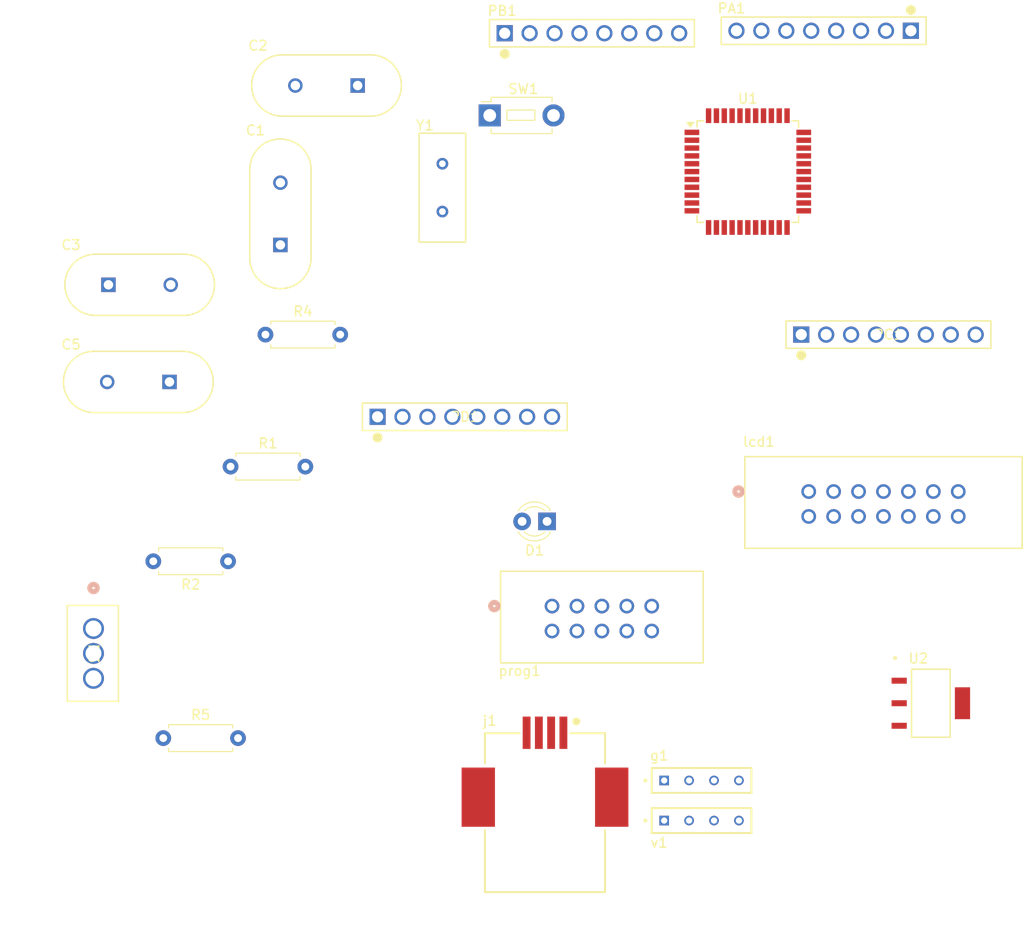
<source format=kicad_pcb>
(kicad_pcb (version 20240108) (generator "pcbnew") (generator_version "8.0")
  (layers (0 "F.Cu" signal) (31 "B.Cu" signal) (34 "B.Paste" user) (35 "F.Paste" user) (36 "B.SilkS" user "B.Silkscreen") (37 "F.SilkS" user "F.Silkscreen") (38 "B.Mask" user) (39 "F.Mask" user) (44 "Edge.Cuts" user))
  (property "SHEETTOTAL" "1")
  (net 0 "")
  (net 1 "/RESET")
  (net 2 "+5")
  (net 3 "Net-(D1-A)")
  (net 4 "Net-(U1-PB4_(~{SS}))")
  (net 5 "/MOSI")
  (net 6 "GND")
  (net 7 "/EN")
  (net 8 "/D2")
  (net 9 "/D6")
  (net 10 "Net-(U1-PD3_(INT1))")
  (net 11 "/D7")
  (net 12 "Net-(U1-PD2_(INT0))")
  (net 13 "Net-(U1-PB1_(T1))")
  (net 14 "/D5")
  (net 15 "Net-(U1-PA5_(ADC5))")
  (net 16 "Net-(U1-PA3_(ADC3))")
  (net 17 "/D4")
  (net 18 "Net-(U1-PB3_(OC0{slash}AIN1))")
  (net 19 "Net-(U1-PB0_(XCK{slash}T0))")
  (net 20 "/D3")
  (net 21 "Net-(U1-PD4_(OC1B))")
  (net 22 "/RS")
  (net 23 "Net-(U1-PB2_(INT2{slash}AIN0))")
  (net 24 "Net-(U1-PA0_(ADC0))")
  (net 25 "/MISO")
  (net 26 "/DO")
  (net 27 "/SCK")
  (net 28 "Net-(U1-XTAL2)")
  (net 29 "Net-(U1-PD1_(TXD))")
  (net 30 "/D1")
  (net 31 "Net-(U1-AREF)")
  (net 32 "Net-(U1-XTAL1)")
  (net 33 "Net-(U1-PA6_(ADC6))")
  (net 34 "Net-(U1-PA2_(ADC2))")
  (net 35 "/RW")
  (net 36 "Net-(U1-PA1_(ADC1))")
  (net 37 "Net-(U1-PD0_(RXD))")
  (net 38 "Net-(U1-PA7_(ADC7))")
  (net 39 "Net-(U1-PA4_(ADC4))")
  (net 40 "Net-(U2-IN)")
  (net 41 "Net-(R3-WIPER)")
  (footprint "J_footprint:CONN_SBH11-PBPC-D05-ST-BK_SUL" (layer "F.Cu") (at 148.59 101.6)
    (property "Reference" "prog1" (at -3.302 6.604 0) (layer "F.SilkS"))
    (property "Value" "~")
    (fp_circle (center -5.8801 0) (end -5.4991 0) (stroke (width 0.508)) (fill none) (layer "B.SilkS"))
    (fp_line (start -5.2451 -3.556) (end -5.2451 5.7912) (stroke (width 0.1524)) (layer "F.SilkS"))
    (fp_line (start -5.2451 5.7912) (end 15.4051 5.7912) (stroke (width 0.1524)) (layer "F.SilkS"))
    (fp_line (start 15.4051 -3.556) (end -5.2451 -3.556) (stroke (width 0.1524)) (layer "F.SilkS"))
    (fp_line (start 15.4051 5.7912) (end 15.4051 -3.556) (stroke (width 0.1524)) (layer "F.SilkS"))
    (fp_circle (center -5.8801 0) (end -5.4991 0) (stroke (width 0.508)) (fill none) (layer "F.SilkS"))
    (pad "1" thru_hole circle (at 0 0) (size 1.4986 1.4986) (drill 0.9906) (layers "*.Cu" "*.Mask") (net 5 "/MOSI"))
    (pad "2" thru_hole circle (at 0 2.54) (size 1.4986 1.4986) (drill 0.9906) (layers "*.Cu" "*.Mask") (net 2 "+5"))
    (pad "3" thru_hole circle (at 2.54 0) (size 1.4986 1.4986) (drill 0.9906) (layers "*.Cu" "*.Mask"))
    (pad "4" thru_hole circle (at 2.54 2.54) (size 1.4986 1.4986) (drill 0.9906) (layers "*.Cu" "*.Mask") (net 6 "GND"))
    (pad "5" thru_hole circle (at 5.08 0) (size 1.4986 1.4986) (drill 0.9906) (layers "*.Cu" "*.Mask") (net 1 "/RESET"))
    (pad "6" thru_hole circle (at 5.08 2.54) (size 1.4986 1.4986) (drill 0.9906) (layers "*.Cu" "*.Mask") (net 6 "GND"))
    (pad "7" thru_hole circle (at 7.62 0) (size 1.4986 1.4986) (drill 0.9906) (layers "*.Cu" "*.Mask") (net 27 "/SCK"))
    (pad "8" thru_hole circle (at 7.62 2.54) (size 1.4986 1.4986) (drill 0.9906) (layers "*.Cu" "*.Mask") (net 6 "GND"))
    (pad "9" thru_hole circle (at 10.16 0) (size 1.4986 1.4986) (drill 0.9906) (layers "*.Cu" "*.Mask") (net 25 "/MISO"))
    (pad "10" thru_hole circle (at 10.16 2.54) (size 1.4986 1.4986) (drill 0.9906) (layers "*.Cu" "*.Mask") (net 6 "GND"))
  )
  (footprint "J_footprint:CAP_9-J_8-E-X_AVX" (layer "F.Cu") (at 106.553 68.834)
    (property "Reference" "C3" (at -6.985 -4.064 0) (layer "F.SilkS"))
    (property "Value" "Capacitor 100nF +/-20% 25V 0402")
    (fp_line (start -4.5085 -3.1242) (end 4.5085 -3.1242) (stroke (width 0.1524)) (layer "F.SilkS"))
    (fp_line (start -4.5085 3.1242) (end 4.5085 3.1242) (stroke (width 0.1524)) (layer "F.SilkS"))
    (fp_arc (start -4.5085 3.1242) (mid -7.6327 0) (end -4.5085 -3.1242) (stroke (width 0.1524)) (layer "F.SilkS"))
    (fp_arc (start 4.5085 -3.1242) (mid 6.717643 -2.209143) (end 7.6327 0) (stroke (width 0.1524)) (layer "F.SilkS"))
    (fp_arc (start 7.6327 0) (mid 6.717643 2.209143) (end 4.5085 3.1242) (stroke (width 0.1524)) (layer "F.SilkS"))
    (pad "1" thru_hole rect (at -3.175 0) (size 1.4732 1.4732) (drill 0.9652) (layers "*.Cu" "*.Mask") (net 6 "GND"))
    (pad "2" thru_hole circle (at 3.175 0) (size 1.4732 1.4732) (drill 0.9652) (layers "*.Cu" "*.Mask") (net 31 "Net-(U1-AREF)"))
  )
  (footprint "J_footprint:CONN8_61300811121_WRE" (layer "F.Cu") (at 185.166 42.926 180)
    (property "Reference" "PA1" (at 18.288 2.286 0) (layer "F.SilkS"))
    (property "Value" "~")
    (fp_line (start 19.3294 1.397) (end 19.3294 -1.397) (stroke (width 0.1524)) (layer "F.SilkS"))
    (fp_line (start 19.3294 -1.397) (end -1.5494 -1.397) (stroke (width 0.1524)) (layer "F.SilkS"))
    (fp_line (start -1.5494 1.397) (end 19.3294 1.397) (stroke (width 0.1524)) (layer "F.SilkS"))
    (fp_line (start -1.5494 -1.397) (end -1.5494 1.397) (stroke (width 0.1524)) (layer "F.SilkS"))
    (fp_circle (center 0 2.1082) (end 0.254 2.1082) (stroke (width 0.508)) (fill none) (layer "F.SilkS"))
    (pad "1" thru_hole rect (at 0 0 180) (size 1.651 1.651) (drill 1.143) (layers "*.Cu" "*.Mask") (net 38 "Net-(U1-PA7_(ADC7))"))
    (pad "2" thru_hole circle (at 2.54 0 180) (size 1.651 1.651) (drill 1.143) (layers "*.Cu" "*.Mask") (net 33 "Net-(U1-PA6_(ADC6))"))
    (pad "3" thru_hole circle (at 5.08 0 180) (size 1.651 1.651) (drill 1.143) (layers "*.Cu" "*.Mask") (net 15 "Net-(U1-PA5_(ADC5))"))
    (pad "4" thru_hole circle (at 7.62 0 180) (size 1.651 1.651) (drill 1.143) (layers "*.Cu" "*.Mask") (net 39 "Net-(U1-PA4_(ADC4))"))
    (pad "5" thru_hole circle (at 10.16 0 180) (size 1.651 1.651) (drill 1.143) (layers "*.Cu" "*.Mask") (net 16 "Net-(U1-PA3_(ADC3))"))
    (pad "6" thru_hole circle (at 12.7 0 180) (size 1.651 1.651) (drill 1.143) (layers "*.Cu" "*.Mask") (net 34 "Net-(U1-PA2_(ADC2))"))
    (pad "7" thru_hole circle (at 15.24 0 180) (size 1.651 1.651) (drill 1.143) (layers "*.Cu" "*.Mask") (net 36 "Net-(U1-PA1_(ADC1))"))
    (pad "8" thru_hole circle (at 17.78 0 180) (size 1.651 1.651) (drill 1.143) (layers "*.Cu" "*.Mask") (net 24 "Net-(U1-PA0_(ADC0))"))
  )
  (footprint "J_footprint:RES3_PV36W103C01B00_BRN" (layer "F.Cu") (at 101.854 103.886 -90)
    (property "Reference" "R3" (at 2.54 0 -90) (layer "F.SilkS"))
    (property "Value" "~")
    (fp_circle (center -4.1275 0) (end -3.7465 0) (stroke (width 0.508)) (fill none) (layer "B.SilkS"))
    (fp_line (start -2.3495 2.667) (end 7.4295 2.667) (stroke (width 0.1524)) (layer "F.SilkS"))
    (fp_line (start 7.4295 2.667) (end 7.4295 -2.54) (stroke (width 0.1524)) (layer "F.SilkS"))
    (fp_line (start -2.3495 -2.54) (end -2.3495 2.667) (stroke (width 0.1524)) (layer "F.SilkS"))
    (fp_line (start 7.4295 -2.54) (end -2.3495 -2.54) (stroke (width 0.1524)) (layer "F.SilkS"))
    (fp_circle (center -4.1275 0) (end -3.7465 0) (stroke (width 0.508)) (fill none) (layer "F.SilkS"))
    (pad "1" thru_hole circle (at 0 0 270) (size 2.1336 2.1336) (drill 1.6256) (layers "*.Cu" "*.Mask") (net 6 "GND"))
    (pad "2" thru_hole circle (at 2.54 0 270) (size 2.1336 2.1336) (drill 1.6256) (layers "*.Cu" "*.Mask") (net 41 "Net-(R3-WIPER)"))
    (pad "3" thru_hole circle (at 5.08 0 270) (size 2.1336 2.1336) (drill 1.6256) (layers "*.Cu" "*.Mask") (net 2 "+5"))
  )
  (footprint "LED_THT:LED_D3.0mm" (layer "F.Cu") (at 148.082 92.964 180)
    (property "Reference" "D1" (at 1.27 -2.96 360) (layer "F.SilkS"))
    (property "Value" "LED")
    (fp_line (start -0.29 1.08) (end -0.29 1.236) (stroke (width 0.12)) (layer "F.SilkS"))
    (fp_line (start -0.29 -1.236) (end -0.29 -1.08) (stroke (width 0.12)) (layer "F.SilkS"))
    (fp_arc (start 2.942335 1.078608) (mid 1.366487 1.987659) (end -0.29 1.235516) (stroke (width 0.12)) (layer "F.SilkS"))
    (fp_arc (start 2.31113 1.079837) (mid 1.270117 1.5) (end 0.229039 1.08) (stroke (width 0.12)) (layer "F.SilkS"))
    (fp_arc (start 0.229039 -1.08) (mid 1.270117 -1.5) (end 2.31113 -1.079837) (stroke (width 0.12)) (layer "F.SilkS"))
    (fp_arc (start -0.29 -1.235516) (mid 1.366487 -1.987659) (end 2.942335 -1.078608) (stroke (width 0.12)) (layer "F.SilkS"))
    (pad "1" thru_hole rect (at 0 0 180) (size 1.8 1.8) (drill 0.9) (layers "*.Cu" "*.Mask") (net 6 "GND"))
    (pad "2" thru_hole circle (at 2.54 0 180) (size 1.8 1.8) (drill 0.9) (layers "*.Cu" "*.Mask") (net 3 "Net-(D1-A)"))
  )
  (footprint "J_footprint:CONN8_61300811121_WRE" (layer "F.Cu") (at 130.81 82.296)
    (property "Reference" "PD1" (at 8.89 0 0) (layer "F.SilkS"))
    (property "Value" "~")
    (fp_line (start -1.5494 -1.397) (end -1.5494 1.397) (stroke (width 0.1524)) (layer "F.SilkS"))
    (fp_line (start -1.5494 1.397) (end 19.3294 1.397) (stroke (width 0.1524)) (layer "F.SilkS"))
    (fp_line (start 19.3294 -1.397) (end -1.5494 -1.397) (stroke (width 0.1524)) (layer "F.SilkS"))
    (fp_line (start 19.3294 1.397) (end 19.3294 -1.397) (stroke (width 0.1524)) (layer "F.SilkS"))
    (fp_circle (center 0 2.1082) (end 0.254 2.1082) (stroke (width 0.508)) (fill none) (layer "F.SilkS"))
    (pad "1" thru_hole rect (at 0 0) (size 1.651 1.651) (drill 1.143) (layers "*.Cu" "*.Mask") (net 37 "Net-(U1-PD0_(RXD))"))
    (pad "2" thru_hole circle (at 2.54 0) (size 1.651 1.651) (drill 1.143) (layers "*.Cu" "*.Mask") (net 29 "Net-(U1-PD1_(TXD))"))
    (pad "3" thru_hole circle (at 5.08 0) (size 1.651 1.651) (drill 1.143) (layers "*.Cu" "*.Mask") (net 12 "Net-(U1-PD2_(INT0))"))
    (pad "4" thru_hole circle (at 7.62 0) (size 1.651 1.651) (drill 1.143) (layers "*.Cu" "*.Mask") (net 10 "Net-(U1-PD3_(INT1))"))
    (pad "5" thru_hole circle (at 10.16 0) (size 1.651 1.651) (drill 1.143) (layers "*.Cu" "*.Mask") (net 21 "Net-(U1-PD4_(OC1B))"))
    (pad "6" thru_hole circle (at 12.7 0) (size 1.651 1.651) (drill 1.143) (layers "*.Cu" "*.Mask") (net 7 "/EN"))
    (pad "7" thru_hole circle (at 15.24 0) (size 1.651 1.651) (drill 1.143) (layers "*.Cu" "*.Mask") (net 35 "/RW"))
    (pad "8" thru_hole circle (at 17.78 0) (size 1.651 1.651) (drill 1.143) (layers "*.Cu" "*.Mask") (net 22 "/RS"))
  )
  (footprint "Resistor_THT:R_Axial_DIN0207_L6.3mm_D2.5mm_P7.62mm_Horizontal" (layer "F.Cu") (at 115.824 87.376)
    (property "Reference" "R1" (at 3.81 -2.37 0) (layer "F.SilkS"))
    (property "Value" "Resistor 470R +/-5% 0805 125 mW")
    (fp_line (start 0.54 -1.37) (end 7.08 -1.37) (stroke (width 0.12)) (layer "F.SilkS"))
    (fp_line (start 0.54 -1.04) (end 0.54 -1.37) (stroke (width 0.12)) (layer "F.SilkS"))
    (fp_line (start 0.54 1.04) (end 0.54 1.37) (stroke (width 0.12)) (layer "F.SilkS"))
    (fp_line (start 0.54 1.37) (end 7.08 1.37) (stroke (width 0.12)) (layer "F.SilkS"))
    (fp_line (start 7.08 -1.37) (end 7.08 -1.04) (stroke (width 0.12)) (layer "F.SilkS"))
    (fp_line (start 7.08 1.37) (end 7.08 1.04) (stroke (width 0.12)) (layer "F.SilkS"))
    (pad "1" thru_hole circle (at 0 0) (size 1.6 1.6) (drill 0.8) (layers "*.Cu" "*.Mask") (net 2 "+5"))
    (pad "2" thru_hole oval (at 7.62 0) (size 1.6 1.6) (drill 0.8) (layers "*.Cu" "*.Mask") (net 1 "/RESET"))
  )
  (footprint "J_footprint:CAP_9-J_8-E-X_AVX" (layer "F.Cu") (at 120.904 61.595 90)
    (property "Reference" "C1" (at 8.509 -2.54 0) (layer "F.SilkS"))
    (property "Value" "Capacitor 100nF +/-20% 25V 0402")
    (fp_line (start -4.5085 -3.1242) (end 4.5085 -3.1242) (stroke (width 0.1524)) (layer "F.SilkS"))
    (fp_line (start -4.5085 3.1242) (end 4.5085 3.1242) (stroke (width 0.1524)) (layer "F.SilkS"))
    (fp_arc (start 4.5085 -3.1242) (mid 6.717643 -2.209143) (end 7.6327 0) (stroke (width 0.1524)) (layer "F.SilkS"))
    (fp_arc (start 7.6327 0) (mid 6.717643 2.209143) (end 4.5085 3.1242) (stroke (width 0.1524)) (layer "F.SilkS"))
    (fp_arc (start -4.5085 3.1242) (mid -7.6327 0) (end -4.5085 -3.1242) (stroke (width 0.1524)) (layer "F.SilkS"))
    (pad "1" thru_hole rect (at -3.175 0 90) (size 1.4732 1.4732) (drill 0.9652) (layers "*.Cu" "*.Mask") (net 32 "Net-(U1-XTAL1)"))
    (pad "2" thru_hole circle (at 3.175 0 90) (size 1.4732 1.4732) (drill 0.9652) (layers "*.Cu" "*.Mask") (net 6 "GND"))
  )
  (footprint "Button_Switch_THT:SW_PUSH_1P1T_6x3.5mm_H5.0_APEM_MJTP1250" (layer "F.Cu") (at 142.24 51.562)
    (property "Reference" "SW1" (at 3.42 -2.7 0) (layer "F.SilkS"))
    (property "Value" "SW_Push")
    (fp_line (start 0.15 -1.85) (end 0.15 -1.39) (stroke (width 0.12)) (layer "F.SilkS"))
    (fp_line (start 0.15 -1.39) (end -0.85 -1.39) (stroke (width 0.12)) (layer "F.SilkS"))
    (fp_line (start 0.15 1.39) (end 0.15 1.85) (stroke (width 0.12)) (layer "F.SilkS"))
    (fp_line (start 0.15 1.85) (end 6.35 1.85) (stroke (width 0.12)) (layer "F.SilkS"))
    (fp_line (start 6.35 -1.85) (end 0.15 -1.85) (stroke (width 0.12)) (layer "F.SilkS"))
    (fp_line (start 6.35 -1.85) (end 6.35 -1.39) (stroke (width 0.12)) (layer "F.SilkS"))
    (fp_line (start 6.35 1.39) (end 6.35 1.85) (stroke (width 0.12)) (layer "F.SilkS"))
    (fp_rect (start 1.75 -0.55) (end 4.6 0.5) (stroke (width 0.12)) (fill none) (layer "F.SilkS"))
    (pad "1" thru_hole rect (at 0 0 90) (size 2.25 2.25) (drill 1.3) (layers "*.Cu" "*.Mask") (net 6 "GND"))
    (pad "2" thru_hole circle (at 6.5 0 90) (size 2.25 2.25) (drill 1.3) (layers "*.Cu" "*.Mask") (net 1 "/RESET"))
  )
  (footprint "J_footprint:CAP_9-J_8-E-X_AVX" (layer "F.Cu") (at 125.603 48.514 180)
    (property "Reference" "C2" (at 6.985 4.064 0) (layer "F.SilkS"))
    (property "Value" "Capacitor 100nF +/-20% 25V 0402")
    (fp_line (start -4.5085 3.1242) (end 4.5085 3.1242) (stroke (width 0.1524)) (layer "F.SilkS"))
    (fp_line (start -4.5085 -3.1242) (end 4.5085 -3.1242) (stroke (width 0.1524)) (layer "F.SilkS"))
    (fp_arc (start 7.6327 0) (mid 6.717643 2.209143) (end 4.5085 3.1242) (stroke (width 0.1524)) (layer "F.SilkS"))
    (fp_arc (start 4.5085 -3.1242) (mid 6.717643 -2.209143) (end 7.6327 0) (stroke (width 0.1524)) (layer "F.SilkS"))
    (fp_arc (start -4.5085 3.1242) (mid -7.6327 0) (end -4.5085 -3.1242) (stroke (width 0.1524)) (layer "F.SilkS"))
    (pad "1" thru_hole rect (at -3.175 0 180) (size 1.4732 1.4732) (drill 0.9652) (layers "*.Cu" "*.Mask") (net 28 "Net-(U1-XTAL2)"))
    (pad "2" thru_hole circle (at 3.175 0 180) (size 1.4732 1.4732) (drill 0.9652) (layers "*.Cu" "*.Mask") (net 6 "GND"))
  )
  (footprint "J_footprint:CONN8_61300811121_WRE" (layer "F.Cu") (at 173.99 73.914)
    (property "Reference" "PC1" (at 8.89 0 0) (layer "F.SilkS"))
    (property "Value" "~")
    (fp_line (start -1.5494 -1.397) (end -1.5494 1.397) (stroke (width 0.1524)) (layer "F.SilkS"))
    (fp_line (start -1.5494 1.397) (end 19.3294 1.397) (stroke (width 0.1524)) (layer "F.SilkS"))
    (fp_line (start 19.3294 -1.397) (end -1.5494 -1.397) (stroke (width 0.1524)) (layer "F.SilkS"))
    (fp_line (start 19.3294 1.397) (end 19.3294 -1.397) (stroke (width 0.1524)) (layer "F.SilkS"))
    (fp_circle (center 0 2.1082) (end 0.254 2.1082) (stroke (width 0.508)) (fill none) (layer "F.SilkS"))
    (pad "1" thru_hole rect (at 0 0) (size 1.651 1.651) (drill 1.143) (layers "*.Cu" "*.Mask") (net 26 "/DO"))
    (pad "2" thru_hole circle (at 2.54 0) (size 1.651 1.651) (drill 1.143) (layers "*.Cu" "*.Mask") (net 30 "/D1"))
    (pad "3" thru_hole circle (at 5.08 0) (size 1.651 1.651) (drill 1.143) (layers "*.Cu" "*.Mask") (net 8 "/D2"))
    (pad "4" thru_hole circle (at 7.62 0) (size 1.651 1.651) (drill 1.143) (layers "*.Cu" "*.Mask") (net 20 "/D3"))
    (pad "5" thru_hole circle (at 10.16 0) (size 1.651 1.651) (drill 1.143) (layers "*.Cu" "*.Mask") (net 17 "/D4"))
    (pad "6" thru_hole circle (at 12.7 0) (size 1.651 1.651) (drill 1.143) (layers "*.Cu" "*.Mask") (net 14 "/D5"))
    (pad "7" thru_hole circle (at 15.24 0) (size 1.651 1.651) (drill 1.143) (layers "*.Cu" "*.Mask") (net 9 "/D6"))
    (pad "8" thru_hole circle (at 17.78 0) (size 1.651 1.651) (drill 1.143) (layers "*.Cu" "*.Mask") (net 11 "/D7"))
  )
  (footprint "J_footprint:14_CONN_SBH11-PBPC-D07-ST-BK_SUL" (layer "F.Cu") (at 174.752 89.916)
    (property "Reference" "lcd1" (at -5.08 -5.08 0) (layer "F.SilkS"))
    (property "Value" "lcd")
    (fp_circle (center -7.1501 0) (end -6.7691 0) (stroke (width 0.508)) (fill none) (layer "B.SilkS"))
    (fp_line (start -6.5151 -3.556) (end -6.5151 5.7912) (stroke (width 0.1524)) (layer "F.SilkS"))
    (fp_line (start -6.5151 5.7912) (end 21.7551 5.7912) (stroke (width 0.1524)) (layer "F.SilkS"))
    (fp_line (start 21.7551 -3.556) (end -6.5151 -3.556) (stroke (width 0.1524)) (layer "F.SilkS"))
    (fp_line (start 21.7551 5.7912) (end 21.7551 -3.556) (stroke (width 0.1524)) (layer "F.SilkS"))
    (fp_circle (center -7.1501 0) (end -6.7691 0) (stroke (width 0.508)) (fill none) (layer "F.SilkS"))
    (pad "1" thru_hole circle (at 0 0) (size 1.4986 1.4986) (drill 0.9906) (layers "*.Cu" "*.Mask") (net 6 "GND"))
    (pad "2" thru_hole circle (at 0 2.54) (size 1.4986 1.4986) (drill 0.9906) (layers "*.Cu" "*.Mask") (net 2 "+5"))
    (pad "3" thru_hole circle (at 2.54 0) (size 1.4986 1.4986) (drill 0.9906) (layers "*.Cu" "*.Mask") (net 41 "Net-(R3-WIPER)"))
    (pad "4" thru_hole circle (at 2.54 2.54) (size 1.4986 1.4986) (drill 0.9906) (layers "*.Cu" "*.Mask") (net 22 "/RS"))
    (pad "5" thru_hole circle (at 5.08 0) (size 1.4986 1.4986) (drill 0.9906) (layers "*.Cu" "*.Mask") (net 35 "/RW"))
    (pad "6" thru_hole circle (at 5.08 2.54) (size 1.4986 1.4986) (drill 0.9906) (layers "*.Cu" "*.Mask") (net 7 "/EN"))
    (pad "7" thru_hole circle (at 7.62 0) (size 1.4986 1.4986) (drill 0.9906) (layers "*.Cu" "*.Mask") (net 26 "/DO"))
    (pad "8" thru_hole circle (at 7.62 2.54) (size 1.4986 1.4986) (drill 0.9906) (layers "*.Cu" "*.Mask") (net 30 "/D1"))
    (pad "9" thru_hole circle (at 10.16 0) (size 1.4986 1.4986) (drill 0.9906) (layers "*.Cu" "*.Mask") (net 8 "/D2"))
    (pad "10" thru_hole circle (at 10.16 2.54) (size 1.4986 1.4986) (drill 0.9906) (layers "*.Cu" "*.Mask") (net 20 "/D3"))
    (pad "11" thru_hole circle (at 12.7 0) (size 1.4986 1.4986) (drill 0.9906) (layers "*.Cu" "*.Mask") (net 17 "/D4"))
    (pad "12" thru_hole circle (at 12.7 2.54) (size 1.4986 1.4986) (drill 0.9906) (layers "*.Cu" "*.Mask") (net 14 "/D5"))
    (pad "13" thru_hole circle (at 15.24 0) (size 1.4986 1.4986) (drill 0.9906) (layers "*.Cu" "*.Mask") (net 9 "/D6"))
    (pad "14" thru_hole circle (at 15.24 2.54) (size 1.4986 1.4986) (drill 0.9906) (layers "*.Cu" "*.Mask") (net 11 "/D7"))
  )
  (footprint "J_footprint:SOT223-3_ONS" (layer "F.Cu") (at 187.198 111.506 -90)
    (property "Reference" "U2" (at -4.572 1.27 0) (layer "F.SilkS"))
    (property "Value" "NCP1117ST33T3G")
    (fp_poly (pts (xy 1.6256 -4.0005) (xy -1.6256 -4.0005) (xy -1.6256 -2.4511) (xy 1.6256 -2.4511)) (fill solid) (layer "F.Cu"))
    (fp_line (start -3.4671 1.9685) (end 3.4671 1.9685) (stroke (width 0.1524)) (layer "F.SilkS"))
    (fp_line (start 3.4671 1.9685) (end 3.4671 -1.9685) (stroke (width 0.1524)) (layer "F.SilkS"))
    (fp_line (start -3.4671 -1.9685) (end -3.4671 1.9685) (stroke (width 0.1524)) (layer "F.SilkS"))
    (fp_line (start 3.4671 -1.9685) (end -3.4671 -1.9685) (stroke (width 0.1524)) (layer "F.SilkS"))
    (fp_circle (center -4.6101 3.6449) (end -4.4831 3.6449) (stroke (width 0.1524)) (fill none) (layer "F.SilkS"))
    (pad "1" smd rect (at -2.2987 3.2258 270) (size 0.6096 1.5494) (layers "F.Cu" "F.Paste" "F.Mask") (net 6 "GND"))
    (pad "2" smd rect (at 0 3.2258 270) (size 0.6096 1.5494) (layers "F.Cu" "F.Paste" "F.Mask") (net 2 "+5"))
    (pad "3" smd rect (at 2.2987 3.2258 270) (size 0.6096 1.5494) (layers "F.Cu" "F.Paste" "F.Mask") (net 40 "Net-(U2-IN)"))
  )
  (footprint "J_footprint:62910416121" (layer "F.Cu") (at 147.872 121.666)
    (property "Reference" "j1" (at -5.632 -8.382 0) (layer "F.SilkS"))
    (property "Value" "62910416121")
    (fp_line (start -6.12 -7.1) (end -6.12 -4) (stroke (width 0.2)) (layer "F.SilkS"))
    (fp_line (start -6.12 2.8) (end -6.12 9.1) (stroke (width 0.2)) (layer "F.SilkS"))
    (fp_line (start -6.12 9.1) (end 6.12 9.1) (stroke (width 0.2)) (layer "F.SilkS"))
    (fp_line (start -2.6 -7.1) (end -6.12 -7.1) (stroke (width 0.2)) (layer "F.SilkS"))
    (fp_line (start 2.6 -7.1) (end 6.12 -7.1) (stroke (width 0.2)) (layer "F.SilkS"))
    (fp_line (start 6.12 -7.1) (end 6.12 -4) (stroke (width 0.2)) (layer "F.SilkS"))
    (fp_line (start 6.12 9.1) (end 6.12 2.8) (stroke (width 0.2)) (layer "F.SilkS"))
    (fp_circle (center 3.2 -8.3) (end 3.4 -8.3) (stroke (width 0.4)) (fill none) (layer "F.SilkS"))
    (pad "" np_thru_hole circle (at -2.75 0) (size 1.3 1.3) (drill 1.3) (layers "*.Cu" "*.Mask"))
    (pad "" np_thru_hole circle (at 2.75 0) (size 1.3 1.3) (drill 1.3) (layers "*.Cu" "*.Mask"))
    (pad "1" smd rect (at 1.875 -7.15 180) (size 0.8 3.3) (layers "F.Cu" "F.Paste" "F.Mask") (net 40 "Net-(U2-IN)"))
    (pad "2" smd rect (at -0.625 -7.15 180) (size 0.8 3.3) (layers "F.Cu" "F.Paste" "F.Mask"))
    (pad "3" smd rect (at -1.875 -7.15 180) (size 0.8 3.3) (layers "F.Cu" "F.Paste" "F.Mask"))
    (pad "4" smd rect (at 0.625 -7.15 180) (size 0.8 3.3) (layers "F.Cu" "F.Paste" "F.Mask") (net 6 "GND"))
    (pad "S1" smd rect (at -6.8 -0.58 180) (size 3.4 6.04) (layers "F.Cu" "F.Paste" "F.Mask"))
    (pad "S2" smd rect (at 6.8 -0.58 180) (size 3.4 6.04) (layers "F.Cu" "F.Paste" "F.Mask"))
  )
  (footprint "J_footprint:CONN8_61300811121_WRE" (layer "F.Cu") (at 143.764 43.18)
    (property "Reference" "PB1" (at -0.254 -2.286 0) (layer "F.SilkS"))
    (property "Value" "~")
    (fp_line (start -1.5494 -1.397) (end -1.5494 1.397) (stroke (width 0.1524)) (layer "F.SilkS"))
    (fp_line (start -1.5494 1.397) (end 19.3294 1.397) (stroke (width 0.1524)) (layer "F.SilkS"))
    (fp_line (start 19.3294 -1.397) (end -1.5494 -1.397) (stroke (width 0.1524)) (layer "F.SilkS"))
    (fp_line (start 19.3294 1.397) (end 19.3294 -1.397) (stroke (width 0.1524)) (layer "F.SilkS"))
    (fp_circle (center 0 2.1082) (end 0.254 2.1082) (stroke (width 0.508)) (fill none) (layer "F.SilkS"))
    (pad "1" thru_hole rect (at 0 0) (size 1.651 1.651) (drill 1.143) (layers "*.Cu" "*.Mask") (net 27 "/SCK"))
    (pad "2" thru_hole circle (at 2.54 0) (size 1.651 1.651) (drill 1.143) (layers "*.Cu" "*.Mask") (net 25 "/MISO"))
    (pad "3" thru_hole circle (at 5.08 0) (size 1.651 1.651) (drill 1.143) (layers "*.Cu" "*.Mask") (net 5 "/MOSI"))
    (pad "4" thru_hole circle (at 7.62 0) (size 1.651 1.651) (drill 1.143) (layers "*.Cu" "*.Mask") (net 4 "Net-(U1-PB4_(~{SS}))"))
    (pad "5" thru_hole circle (at 10.16 0) (size 1.651 1.651) (drill 1.143) (layers "*.Cu" "*.Mask") (net 18 "Net-(U1-PB3_(OC0{slash}AIN1))"))
    (pad "6" thru_hole circle (at 12.7 0) (size 1.651 1.651) (drill 1.143) (layers "*.Cu" "*.Mask") (net 23 "Net-(U1-PB2_(INT2{slash}AIN0))"))
    (pad "7" thru_hole circle (at 15.24 0) (size 1.651 1.651) (drill 1.143) (layers "*.Cu" "*.Mask") (net 13 "Net-(U1-PB1_(T1))"))
    (pad "8" thru_hole circle (at 17.78 0) (size 1.651 1.651) (drill 1.143) (layers "*.Cu" "*.Mask") (net 19 "Net-(U1-PB0_(XCK{slash}T0))"))
  )
  (footprint "Resistor_THT:R_Axial_DIN0207_L6.3mm_D2.5mm_P7.62mm_Horizontal" (layer "F.Cu") (at 108.966 115.062)
    (property "Reference" "R5" (at 3.81 -2.37 0) (layer "F.SilkS"))
    (property "Value" "Resistor 470R +/-5% 0805 125 mW")
    (fp_line (start 0.54 -1.37) (end 7.08 -1.37) (stroke (width 0.12)) (layer "F.SilkS"))
    (fp_line (start 0.54 -1.04) (end 0.54 -1.37) (stroke (width 0.12)) (layer "F.SilkS"))
    (fp_line (start 0.54 1.04) (end 0.54 1.37) (stroke (width 0.12)) (layer "F.SilkS"))
    (fp_line (start 0.54 1.37) (end 7.08 1.37) (stroke (width 0.12)) (layer "F.SilkS"))
    (fp_line (start 7.08 -1.37) (end 7.08 -1.04) (stroke (width 0.12)) (layer "F.SilkS"))
    (fp_line (start 7.08 1.37) (end 7.08 1.04) (stroke (width 0.12)) (layer "F.SilkS"))
    (pad "1" thru_hole circle (at 0 0) (size 1.6 1.6) (drill 0.8) (layers "*.Cu" "*.Mask") (net 2 "+5"))
    (pad "2" thru_hole oval (at 7.62 0) (size 1.6 1.6) (drill 0.8) (layers "*.Cu" "*.Mask") (net 5 "/MOSI"))
  )
  (footprint "J_footprint:SAMTEC_TS-104-T-AA" (layer "F.Cu") (at 163.83 123.47)
    (property "Reference" "v1" (at -4.318 2.26 0) (layer "F.SilkS"))
    (property "Value" "5v")
    (fp_line (start -5.08 1.27) (end -5.08 -1.27) (stroke (width 0.2)) (layer "F.SilkS"))
    (fp_line (start 5.08 -1.27) (end -5.08 -1.27) (stroke (width 0.2)) (layer "F.SilkS"))
    (fp_line (start 5.08 -1.27) (end 5.08 1.27) (stroke (width 0.2)) (layer "F.SilkS"))
    (fp_line (start 5.08 1.27) (end -5.08 1.27) (stroke (width 0.2)) (layer "F.SilkS"))
    (fp_circle (center -5.73 0) (end -5.63 0) (stroke (width 0.2)) (fill none) (layer "F.SilkS"))
    (pad "01" thru_hole rect (at -3.81 0) (size 0.985 0.985) (drill 0.635) (layers "*.Cu" "*.Mask"))
    (pad "02" thru_hole circle (at -1.27 0) (size 0.985 0.985) (drill 0.635) (layers "*.Cu" "*.Mask"))
    (pad "03" thru_hole circle (at 1.27 0) (size 0.985 0.985) (drill 0.635) (layers "*.Cu" "*.Mask"))
    (pad "04" thru_hole circle (at 3.81 0) (size 0.985 0.985) (drill 0.635) (layers "*.Cu" "*.Mask"))
  )
  (footprint "J_footprint:CAP_9-J_8-E-X_AVX" (layer "F.Cu") (at 106.426 78.74 180)
    (property "Reference" "C5" (at 6.858 3.81 0) (layer "F.SilkS"))
    (property "Value" "Capacitor 100nF +/-20% 25V 0402")
    (fp_line (start -4.5085 3.1242) (end 4.5085 3.1242) (stroke (width 0.1524)) (layer "F.SilkS"))
    (fp_line (start -4.5085 -3.1242) (end 4.5085 -3.1242) (stroke (width 0.1524)) (layer "F.SilkS"))
    (fp_arc (start 7.6327 0) (mid 6.717643 2.209143) (end 4.5085 3.1242) (stroke (width 0.1524)) (layer "F.SilkS"))
    (fp_arc (start 4.5085 -3.1242) (mid 6.717643 -2.209143) (end 7.6327 0) (stroke (width 0.1524)) (layer "F.SilkS"))
    (fp_arc (start -4.5085 3.1242) (mid -7.6327 0) (end -4.5085 -3.1242) (stroke (width 0.1524)) (layer "F.SilkS"))
    (pad "1" thru_hole rect (at -3.175 0 180) (size 1.4732 1.4732) (drill 0.9652) (layers "*.Cu" "*.Mask") (net 2 "+5"))
    (pad "2" thru_hole circle (at 3.175 0 180) (size 1.4732 1.4732) (drill 0.9652) (layers "*.Cu" "*.Mask") (net 6 "GND"))
  )
  (footprint "J_footprint:ATS08A-E_CTS" (layer "F.Cu") (at 137.414 56.488 -90)
    (property "Reference" "Y1" (at -3.91 1.778 0) (layer "F.SilkS"))
    (property "Value" "8MHz")
    (fp_line (start 7.9899 2.3749) (end -3.1099 2.3749) (stroke (width 0.1524)) (layer "F.SilkS"))
    (fp_line (start -3.1099 -2.3749) (end -3.1099 2.3749) (stroke (width 0.1524)) (layer "F.SilkS"))
    (fp_line (start 7.9899 -2.3749) (end 7.9899 2.3749) (stroke (width 0.1524)) (layer "F.SilkS"))
    (fp_line (start 7.9899 -2.3749) (end -3.1099 -2.3749) (stroke (width 0.1524)) (layer "F.SilkS"))
    (pad "1" thru_hole circle (at 0 0 270) (size 1.1938 1.1938) (drill 0.6858) (layers "*.Cu" "*.Mask") (net 28 "Net-(U1-XTAL2)"))
    (pad "2" thru_hole circle (at 4.880001 0 270) (size 1.1938 1.1938) (drill 0.6858) (layers "*.Cu" "*.Mask") (net 32 "Net-(U1-XTAL1)"))
  )
  (footprint "Resistor_THT:R_Axial_DIN0207_L6.3mm_D2.5mm_P7.62mm_Horizontal" (layer "F.Cu") (at 119.38 73.914)
    (property "Reference" "R4" (at 3.81 -2.37 0) (layer "F.SilkS"))
    (property "Value" "Resistor 470R +/-5% 0805 125 mW")
    (fp_line (start 0.54 -1.37) (end 7.08 -1.37) (stroke (width 0.12)) (layer "F.SilkS"))
    (fp_line (start 0.54 -1.04) (end 0.54 -1.37) (stroke (width 0.12)) (layer "F.SilkS"))
    (fp_line (start 0.54 1.04) (end 0.54 1.37) (stroke (width 0.12)) (layer "F.SilkS"))
    (fp_line (start 0.54 1.37) (end 7.08 1.37) (stroke (width 0.12)) (layer "F.SilkS"))
    (fp_line (start 7.08 -1.37) (end 7.08 -1.04) (stroke (width 0.12)) (layer "F.SilkS"))
    (fp_line (start 7.08 1.37) (end 7.08 1.04) (stroke (width 0.12)) (layer "F.SilkS"))
    (pad "1" thru_hole circle (at 0 0) (size 1.6 1.6) (drill 0.8) (layers "*.Cu" "*.Mask") (net 2 "+5"))
    (pad "2" thru_hole oval (at 7.62 0) (size 1.6 1.6) (drill 0.8) (layers "*.Cu" "*.Mask") (net 4 "Net-(U1-PB4_(~{SS}))"))
  )
  (footprint "Package_QFP:TQFP-44_10x10mm_P0.8mm" (layer "F.Cu") (at 168.544 57.29)
    (property "Reference" "U1" (at 0 -7.45 0) (layer "F.SilkS"))
    (property "Value" "ATmega16A-AU")
    (fp_line (start -5.175 -5.175) (end -5.175 -4.56) (stroke (width 0.15)) (layer "F.SilkS"))
    (fp_line (start -5.175 -5.175) (end -4.5 -5.175) (stroke (width 0.15)) (layer "F.SilkS"))
    (fp_line (start -5.175 5.175) (end -5.175 4.5) (stroke (width 0.15)) (layer "F.SilkS"))
    (fp_line (start -5.175 5.175) (end -4.5 5.175) (stroke (width 0.15)) (layer "F.SilkS"))
    (fp_line (start 5.175 -5.175) (end 4.5 -5.175) (stroke (width 0.15)) (layer "F.SilkS"))
    (fp_line (start 5.175 -5.175) (end 5.175 -4.5) (stroke (width 0.15)) (layer "F.SilkS"))
    (fp_line (start 5.175 5.175) (end 4.5 5.175) (stroke (width 0.15)) (layer "F.SilkS"))
    (fp_line (start 5.175 5.175) (end 5.175 4.5) (stroke (width 0.15)) (layer "F.SilkS"))
    (fp_poly (pts (xy -5.86 -4.54) (xy -6.2 -5.01) (xy -5.52 -5.01) (xy -5.86 -4.54)) (stroke (width 0.12)) (fill solid) (layer "F.SilkS"))
    (pad "1" smd rect (at -5.7 -4) (size 1.5 0.55) (layers "F.Cu" "F.Paste" "F.Mask") (net 5 "/MOSI"))
    (pad "2" smd rect (at -5.7 -3.2) (size 1.5 0.55) (layers "F.Cu" "F.Paste" "F.Mask") (net 25 "/MISO"))
    (pad "3" smd rect (at -5.7 -2.4) (size 1.5 0.55) (layers "F.Cu" "F.Paste" "F.Mask") (net 27 "/SCK"))
    (pad "4" smd rect (at -5.7 -1.6) (size 1.5 0.55) (layers "F.Cu" "F.Paste" "F.Mask") (net 1 "/RESET"))
    (pad "5" smd rect (at -5.7 -0.8) (size 1.5 0.55) (layers "F.Cu" "F.Paste" "F.Mask") (net 2 "+5"))
    (pad "6" smd rect (at -5.7 0) (size 1.5 0.55) (layers "F.Cu" "F.Paste" "F.Mask") (net 6 "GND"))
    (pad "7" smd rect (at -5.7 0.8) (size 1.5 0.55) (layers "F.Cu" "F.Paste" "F.Mask") (net 28 "Net-(U1-XTAL2)"))
    (pad "8" smd rect (at -5.7 1.6) (size 1.5 0.55) (layers "F.Cu" "F.Paste" "F.Mask") (net 32 "Net-(U1-XTAL1)"))
    (pad "9" smd rect (at -5.7 2.4) (size 1.5 0.55) (layers "F.Cu" "F.Paste" "F.Mask") (net 37 "Net-(U1-PD0_(RXD))"))
    (pad "10" smd rect (at -5.7 3.2) (size 1.5 0.55) (layers "F.Cu" "F.Paste" "F.Mask") (net 29 "Net-(U1-PD1_(TXD))"))
    (pad "11" smd rect (at -5.7 4) (size 1.5 0.55) (layers "F.Cu" "F.Paste" "F.Mask") (net 12 "Net-(U1-PD2_(INT0))"))
    (pad "12" smd rect (at -4 5.7 90) (size 1.5 0.55) (layers "F.Cu" "F.Paste" "F.Mask") (net 10 "Net-(U1-PD3_(INT1))"))
    (pad "13" smd rect (at -3.2 5.7 90) (size 1.5 0.55) (layers "F.Cu" "F.Paste" "F.Mask") (net 21 "Net-(U1-PD4_(OC1B))"))
    (pad "14" smd rect (at -2.4 5.7 90) (size 1.5 0.55) (layers "F.Cu" "F.Paste" "F.Mask") (net 7 "/EN"))
    (pad "15" smd rect (at -1.6 5.7 90) (size 1.5 0.55) (layers "F.Cu" "F.Paste" "F.Mask") (net 35 "/RW"))
    (pad "16" smd rect (at -0.8 5.7 90) (size 1.5 0.55) (layers "F.Cu" "F.Paste" "F.Mask") (net 22 "/RS"))
    (pad "17" smd rect (at 0 5.7 90) (size 1.5 0.55) (layers "F.Cu" "F.Paste" "F.Mask") (net 2 "+5"))
    (pad "18" smd rect (at 0.8 5.7 90) (size 1.5 0.55) (layers "F.Cu" "F.Paste" "F.Mask") (net 6 "GND"))
    (pad "19" smd rect (at 1.6 5.7 90) (size 1.5 0.55) (layers "F.Cu" "F.Paste" "F.Mask") (net 26 "/DO"))
    (pad "20" smd rect (at 2.4 5.7 90) (size 1.5 0.55) (layers "F.Cu" "F.Paste" "F.Mask") (net 30 "/D1"))
    (pad "21" smd rect (at 3.2 5.7 90) (size 1.5 0.55) (layers "F.Cu" "F.Paste" "F.Mask") (net 8 "/D2"))
    (pad "22" smd rect (at 4 5.7 90) (size 1.5 0.55) (layers "F.Cu" "F.Paste" "F.Mask") (net 20 "/D3"))
    (pad "23" smd rect (at 5.7 4) (size 1.5 0.55) (layers "F.Cu" "F.Paste" "F.Mask") (net 17 "/D4"))
    (pad "24" smd rect (at 5.7 3.2) (size 1.5 0.55) (layers "F.Cu" "F.Paste" "F.Mask") (net 14 "/D5"))
    (pad "25" smd rect (at 5.7 2.4) (size 1.5 0.55) (layers "F.Cu" "F.Paste" "F.Mask") (net 9 "/D6"))
    (pad "26" smd rect (at 5.7 1.6) (size 1.5 0.55) (layers "F.Cu" "F.Paste" "F.Mask") (net 11 "/D7"))
    (pad "27" smd rect (at 5.7 0.8) (size 1.5 0.55) (layers "F.Cu" "F.Paste" "F.Mask") (net 2 "+5"))
    (pad "28" smd rect (at 5.7 0) (size 1.5 0.55) (layers "F.Cu" "F.Paste" "F.Mask") (net 6 "GND"))
    (pad "29" smd rect (at 5.7 -0.8) (size 1.5 0.55) (layers "F.Cu" "F.Paste" "F.Mask") (net 31 "Net-(U1-AREF)"))
    (pad "30" smd rect (at 5.7 -1.6) (size 1.5 0.55) (layers "F.Cu" "F.Paste" "F.Mask") (net 38 "Net-(U1-PA7_(ADC7))"))
    (pad "31" smd rect (at 5.7 -2.4) (size 1.5 0.55) (layers "F.Cu" "F.Paste" "F.Mask") (net 33 "Net-(U1-PA6_(ADC6))"))
    (pad "32" smd rect (at 5.7 -3.2) (size 1.5 0.55) (layers "F.Cu" "F.Paste" "F.Mask") (net 15 "Net-(U1-PA5_(ADC5))"))
    (pad "33" smd rect (at 5.7 -4) (size 1.5 0.55) (layers "F.Cu" "F.Paste" "F.Mask") (net 39 "Net-(U1-PA4_(ADC4))"))
    (pad "34" smd rect (at 4 -5.7 90) (size 1.5 0.55) (layers "F.Cu" "F.Paste" "F.Mask") (net 16 "Net-(U1-PA3_(ADC3))"))
    (pad "35" smd rect (at 3.2 -5.7 90) (size 1.5 0.55) (layers "F.Cu" "F.Paste" "F.Mask") (net 34 "Net-(U1-PA2_(ADC2))"))
    (pad "36" smd rect (at 2.4 -5.7 90) (size 1.5 0.55) (layers "F.Cu" "F.Paste" "F.Mask") (net 36 "Net-(U1-PA1_(ADC1))"))
    (pad "37" smd rect (at 1.6 -5.7 90) (size 1.5 0.55) (layers "F.Cu" "F.Paste" "F.Mask") (net 24 "Net-(U1-PA0_(ADC0))"))
    (pad "38" smd rect (at 0.8 -5.7 90) (size 1.5 0.55) (layers "F.Cu" "F.Paste" "F.Mask") (net 2 "+5"))
    (pad "39" smd rect (at 0 -5.7 90) (size 1.5 0.55) (layers "F.Cu" "F.Paste" "F.Mask") (net 6 "GND"))
    (pad "40" smd rect (at -0.8 -5.7 90) (size 1.5 0.55) (layers "F.Cu" "F.Paste" "F.Mask") (net 19 "Net-(U1-PB0_(XCK{slash}T0))"))
    (pad "41" smd rect (at -1.6 -5.7 90) (size 1.5 0.55) (layers "F.Cu" "F.Paste" "F.Mask") (net 13 "Net-(U1-PB1_(T1))"))
    (pad "42" smd rect (at -2.4 -5.7 90) (size 1.5 0.55) (layers "F.Cu" "F.Paste" "F.Mask") (net 23 "Net-(U1-PB2_(INT2{slash}AIN0))"))
    (pad "43" smd rect (at -3.2 -5.7 90) (size 1.5 0.55) (layers "F.Cu" "F.Paste" "F.Mask") (net 18 "Net-(U1-PB3_(OC0{slash}AIN1))"))
    (pad "44" smd rect (at -4 -5.7 90) (size 1.5 0.55) (layers "F.Cu" "F.Paste" "F.Mask") (net 4 "Net-(U1-PB4_(~{SS}))"))
  )
  (footprint "J_footprint:SAMTEC_TS-104-T-AA" (layer "F.Cu") (at 163.83 119.38)
    (property "Reference" "g1" (at -4.318 -2.54 0) (layer "F.SilkS"))
    (property "Value" "61000418221")
    (fp_line (start -5.08 1.27) (end -5.08 -1.27) (stroke (width 0.2)) (layer "F.SilkS"))
    (fp_line (start 5.08 -1.27) (end -5.08 -1.27) (stroke (width 0.2)) (layer "F.SilkS"))
    (fp_line (start 5.08 -1.27) (end 5.08 1.27) (stroke (width 0.2)) (layer "F.SilkS"))
    (fp_line (start 5.08 1.27) (end -5.08 1.27) (stroke (width 0.2)) (layer "F.SilkS"))
    (fp_circle (center -5.73 0) (end -5.63 0) (stroke (width 0.2)) (fill none) (layer "F.SilkS"))
    (pad "01" thru_hole rect (at -3.81 0) (size 0.985 0.985) (drill 0.635) (layers "*.Cu" "*.Mask"))
    (pad "02" thru_hole circle (at -1.27 0) (size 0.985 0.985) (drill 0.635) (layers "*.Cu" "*.Mask"))
    (pad "03" thru_hole circle (at 1.27 0) (size 0.985 0.985) (drill 0.635) (layers "*.Cu" "*.Mask"))
    (pad "04" thru_hole circle (at 3.81 0) (size 0.985 0.985) (drill 0.635) (layers "*.Cu" "*.Mask"))
  )
  (footprint "Resistor_THT:R_Axial_DIN0207_L6.3mm_D2.5mm_P7.62mm_Horizontal" (layer "F.Cu") (at 115.57 97.028 180)
    (property "Reference" "R2" (at 3.81 -2.37 360) (layer "F.SilkS"))
    (property "Value" "Resistor 470R +/-5% 0805 125 mW")
    (fp_line (start 7.08 1.37) (end 7.08 1.04) (stroke (width 0.12)) (layer "F.SilkS"))
    (fp_line (start 7.08 -1.37) (end 7.08 -1.04) (stroke (width 0.12)) (layer "F.SilkS"))
    (fp_line (start 0.54 1.37) (end 7.08 1.37) (stroke (width 0.12)) (layer "F.SilkS"))
    (fp_line (start 0.54 1.04) (end 0.54 1.37) (stroke (width 0.12)) (layer "F.SilkS"))
    (fp_line (start 0.54 -1.04) (end 0.54 -1.37) (stroke (width 0.12)) (layer "F.SilkS"))
    (fp_line (start 0.54 -1.37) (end 7.08 -1.37) (stroke (width 0.12)) (layer "F.SilkS"))
    (pad "1" thru_hole circle (at 0 0 180) (size 1.6 1.6) (drill 0.8) (layers "*.Cu" "*.Mask") (net 3 "Net-(D1-A)"))
    (pad "2" thru_hole oval (at 7.62 0 180) (size 1.6 1.6) (drill 0.8) (layers "*.Cu" "*.Mask") (net 2 "+5"))
  )
)
</source>
